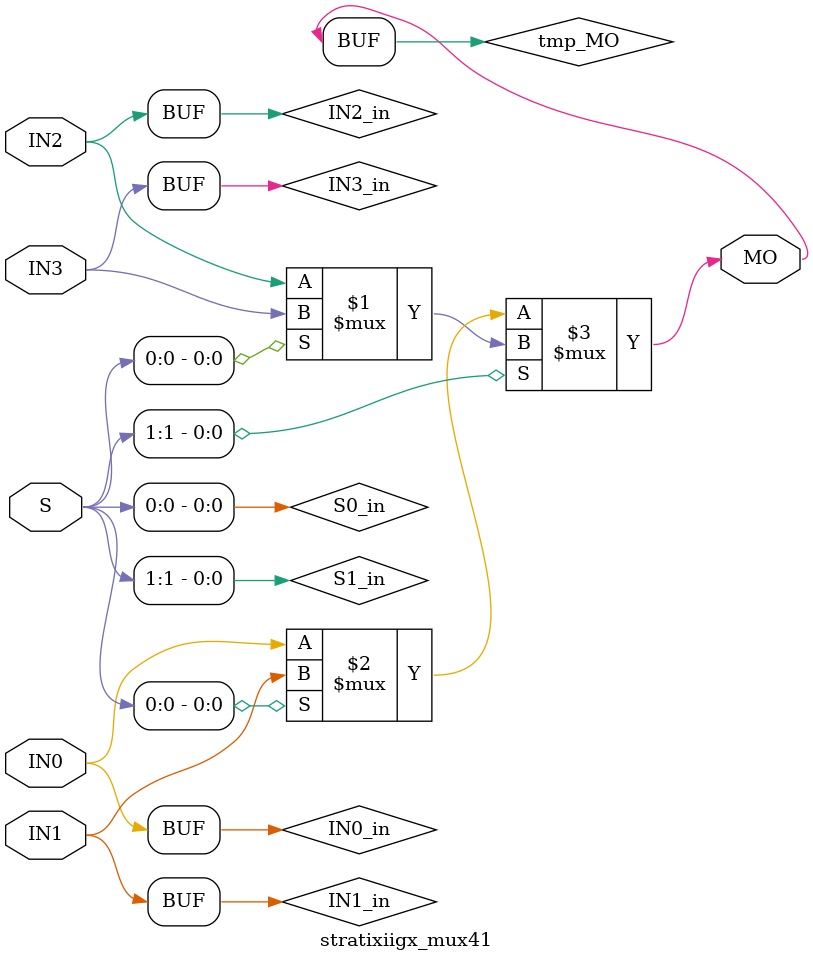
<source format=v>
module stratixiigx_mux41 (MO, IN0, IN1, IN2, IN3, S);
   input IN0;
   input IN1;
   input IN2;
   input IN3;
   input [1:0] S;
   output MO;
   wire IN0_in;
   wire IN1_in;
   wire IN2_in;
   wire IN3_in;
   wire S1_in;
   wire S0_in;
   buf(IN0_in, IN0);
   buf(IN1_in, IN1);
   buf(IN2_in, IN2);
   buf(IN3_in, IN3);
   buf(S1_in, S[1]);
   buf(S0_in, S[0]);
   wire   tmp_MO;
   specify
      (IN0 => MO) = (0, 0);
      (IN1 => MO) = (0, 0);
      (IN2 => MO) = (0, 0);
      (IN3 => MO) = (0, 0);
      (S[1] => MO) = (0, 0);
      (S[0] => MO) = (0, 0);
   endspecify
   assign tmp_MO = S1_in ? (S0_in ? IN3_in : IN2_in) : (S0_in ? IN1_in : IN0_in);
   buf (MO, tmp_MO);
endmodule
</source>
